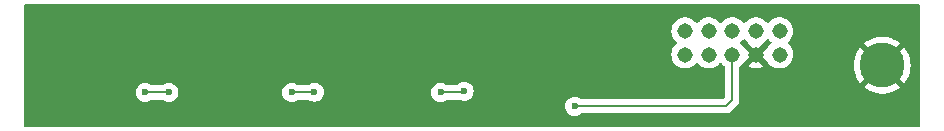
<source format=gbr>
%TF.GenerationSoftware,KiCad,Pcbnew,8.0.1-rc2*%
%TF.CreationDate,2025-04-22T16:56:50+02:00*%
%TF.ProjectId,feather_daughterboard,66656174-6865-4725-9f64-617567687465,1*%
%TF.SameCoordinates,Original*%
%TF.FileFunction,Copper,L2,Bot*%
%TF.FilePolarity,Positive*%
%FSLAX46Y46*%
G04 Gerber Fmt 4.6, Leading zero omitted, Abs format (unit mm)*
G04 Created by KiCad (PCBNEW 8.0.1-rc2) date 2025-04-22 16:56:50*
%MOMM*%
%LPD*%
G01*
G04 APERTURE LIST*
%TA.AperFunction,ComponentPad*%
%ADD10C,1.308000*%
%TD*%
%TA.AperFunction,ComponentPad*%
%ADD11C,3.800000*%
%TD*%
%TA.AperFunction,ViaPad*%
%ADD12C,0.600000*%
%TD*%
%TA.AperFunction,Conductor*%
%ADD13C,0.200000*%
%TD*%
G04 APERTURE END LIST*
D10*
%TO.P,J1,1*%
%TO.N,unconnected-(J1-Pad1)*%
X172800000Y-81600000D03*
%TO.P,J1,2*%
%TO.N,unconnected-(J1-Pad2)*%
X172800000Y-83600000D03*
%TO.P,J1,3*%
%TO.N,/Board/Button_4*%
X170800000Y-81600000D03*
%TO.P,J1,4*%
%TO.N,/Board/GND*%
X170800000Y-83600000D03*
%TO.P,J1,5*%
%TO.N,/Board/Button_3*%
X168800000Y-81600000D03*
%TO.P,J1,6*%
%TO.N,/Board/Button_1*%
X168800000Y-83600000D03*
%TO.P,J1,7*%
%TO.N,/Board/Button_2*%
X166800000Y-81600000D03*
%TO.P,J1,8*%
%TO.N,/Board/VCC*%
X166800000Y-83600000D03*
%TO.P,J1,9*%
%TO.N,unconnected-(J1-Pad9)*%
X164800000Y-81600000D03*
%TO.P,J1,10*%
%TO.N,unconnected-(J1-Pad10)*%
X164800000Y-83600000D03*
%TD*%
D11*
%TO.P,H2,1,1*%
%TO.N,/Board/GND*%
X181500000Y-84500000D03*
%TD*%
D12*
%TO.N,/Board/GND*%
X134600000Y-88200000D03*
X183900000Y-88800000D03*
X151624100Y-86900000D03*
X175800000Y-82800000D03*
X109900000Y-84400000D03*
X159300000Y-86900000D03*
X184000000Y-79900000D03*
X159300000Y-80300000D03*
X134600000Y-80700000D03*
X139100000Y-86900000D03*
X147500000Y-80300000D03*
X109900000Y-88400000D03*
X109900000Y-80700000D03*
X134600000Y-83400000D03*
X126600000Y-86900000D03*
X114000000Y-86900000D03*
X146600000Y-83300000D03*
X147300000Y-88200000D03*
X164700000Y-86300000D03*
X175800000Y-86800000D03*
X122300000Y-84300000D03*
X122300000Y-88200000D03*
X122300000Y-80700000D03*
%TO.N,/Board/Button_1*%
X155449100Y-87975100D03*
%TO.N,/Board/Button_2*%
X144100000Y-86800000D03*
X146100000Y-86700000D03*
%TO.N,/Board/Button_3*%
X131500000Y-86800000D03*
X133424265Y-86775735D03*
%TO.N,/Board/Button_4*%
X121100000Y-86800000D03*
X119100000Y-86800000D03*
%TD*%
D13*
%TO.N,/Board/Button_1*%
X168224900Y-87975100D02*
X168800000Y-87400000D01*
X168800000Y-87400000D02*
X168800000Y-83600000D01*
X155449100Y-87975100D02*
X168224900Y-87975100D01*
%TO.N,/Board/Button_2*%
X146000000Y-86800000D02*
X144100000Y-86800000D01*
X146100000Y-86700000D02*
X146000000Y-86800000D01*
%TO.N,/Board/Button_3*%
X133400000Y-86800000D02*
X133424265Y-86775735D01*
X131500000Y-86800000D02*
X133400000Y-86800000D01*
%TO.N,/Board/Button_4*%
X121100000Y-86800000D02*
X119000000Y-86800000D01*
%TD*%
%TA.AperFunction,Conductor*%
%TO.N,/Board/GND*%
G36*
X169888049Y-82309992D02*
G01*
X169898954Y-82322577D01*
X169943160Y-82381116D01*
X170101275Y-82525256D01*
X170118792Y-82536102D01*
X170165428Y-82588130D01*
X170170166Y-82616612D01*
X170753554Y-83200000D01*
X170747339Y-83200000D01*
X170645606Y-83227259D01*
X170554394Y-83279920D01*
X170479920Y-83354394D01*
X170427259Y-83445606D01*
X170400000Y-83547339D01*
X170400000Y-83553553D01*
X169815803Y-82969356D01*
X169777803Y-82961007D01*
X169738504Y-82927025D01*
X169656844Y-82818889D01*
X169656839Y-82818884D01*
X169517251Y-82691633D01*
X169480973Y-82631927D01*
X169482733Y-82562079D01*
X169517251Y-82508366D01*
X169656841Y-82381114D01*
X169701046Y-82322576D01*
X169757155Y-82280941D01*
X169826867Y-82276250D01*
X169888049Y-82309992D01*
G37*
%TD.AperFunction*%
%TA.AperFunction,Conductor*%
G36*
X171888049Y-82309992D02*
G01*
X171898954Y-82322577D01*
X171943160Y-82381116D01*
X172082744Y-82508363D01*
X172119026Y-82568074D01*
X172117265Y-82637922D01*
X172082744Y-82691637D01*
X171943160Y-82818884D01*
X171861494Y-82927027D01*
X171805385Y-82968663D01*
X171781477Y-82972075D01*
X171200000Y-83553552D01*
X171200000Y-83547339D01*
X171172741Y-83445606D01*
X171120080Y-83354394D01*
X171045606Y-83279920D01*
X170954394Y-83227259D01*
X170852661Y-83200000D01*
X170846447Y-83200000D01*
X171430087Y-82616357D01*
X171435137Y-82586959D01*
X171481203Y-82536105D01*
X171498722Y-82525258D01*
X171656841Y-82381114D01*
X171701046Y-82322576D01*
X171757155Y-82280941D01*
X171826867Y-82276250D01*
X171888049Y-82309992D01*
G37*
%TD.AperFunction*%
%TA.AperFunction,Conductor*%
G36*
X184642539Y-79320185D02*
G01*
X184688294Y-79372989D01*
X184699500Y-79424500D01*
X184699500Y-89575500D01*
X184679815Y-89642539D01*
X184627011Y-89688294D01*
X184575500Y-89699500D01*
X108924500Y-89699500D01*
X108857461Y-89679815D01*
X108811706Y-89627011D01*
X108800500Y-89575500D01*
X108800500Y-87975103D01*
X154643535Y-87975103D01*
X154663730Y-88154349D01*
X154663731Y-88154354D01*
X154723311Y-88324623D01*
X154819284Y-88477362D01*
X154946838Y-88604916D01*
X155099578Y-88700889D01*
X155269845Y-88760468D01*
X155269850Y-88760469D01*
X155449096Y-88780665D01*
X155449100Y-88780665D01*
X155449104Y-88780665D01*
X155628349Y-88760469D01*
X155628352Y-88760468D01*
X155628355Y-88760468D01*
X155798622Y-88700889D01*
X155951362Y-88604916D01*
X155951367Y-88604910D01*
X155954197Y-88602655D01*
X155956375Y-88601765D01*
X155957258Y-88601211D01*
X155957355Y-88601365D01*
X156018883Y-88576245D01*
X156031512Y-88575600D01*
X168138231Y-88575600D01*
X168138247Y-88575601D01*
X168145843Y-88575601D01*
X168303954Y-88575601D01*
X168303957Y-88575601D01*
X168456685Y-88534677D01*
X168506804Y-88505739D01*
X168593616Y-88455620D01*
X168705420Y-88343816D01*
X168705420Y-88343814D01*
X168715628Y-88333607D01*
X168715630Y-88333604D01*
X169158506Y-87890728D01*
X169158511Y-87890724D01*
X169168714Y-87880520D01*
X169168716Y-87880520D01*
X169280520Y-87768716D01*
X169337180Y-87670577D01*
X169359577Y-87631785D01*
X169400500Y-87479058D01*
X169400500Y-87320943D01*
X169400500Y-84655141D01*
X169420185Y-84588102D01*
X169459218Y-84549717D01*
X169498722Y-84525258D01*
X169656841Y-84381114D01*
X169738507Y-84272970D01*
X169794613Y-84231336D01*
X169818521Y-84227924D01*
X170400000Y-83646445D01*
X170400000Y-83652661D01*
X170427259Y-83754394D01*
X170479920Y-83845606D01*
X170554394Y-83920080D01*
X170645606Y-83972741D01*
X170747339Y-84000000D01*
X170753553Y-84000000D01*
X170180086Y-84573465D01*
X170283413Y-84637443D01*
X170283414Y-84637444D01*
X170482837Y-84714700D01*
X170693068Y-84754000D01*
X170906932Y-84754000D01*
X171117162Y-84714700D01*
X171316585Y-84637444D01*
X171316589Y-84637442D01*
X171419911Y-84573466D01*
X171419911Y-84573465D01*
X170846448Y-84000000D01*
X170852661Y-84000000D01*
X170954394Y-83972741D01*
X171045606Y-83920080D01*
X171120080Y-83845606D01*
X171172741Y-83754394D01*
X171200000Y-83652661D01*
X171200000Y-83646446D01*
X171784194Y-84230640D01*
X171822197Y-84238992D01*
X171861493Y-84272971D01*
X171943159Y-84381114D01*
X172101278Y-84525258D01*
X172101283Y-84525261D01*
X172101286Y-84525263D01*
X172283186Y-84637891D01*
X172283187Y-84637891D01*
X172283190Y-84637893D01*
X172482703Y-84715185D01*
X172693020Y-84754500D01*
X172693022Y-84754500D01*
X172906978Y-84754500D01*
X172906980Y-84754500D01*
X173117297Y-84715185D01*
X173316810Y-84637893D01*
X173498722Y-84525258D01*
X173526423Y-84500005D01*
X179095255Y-84500005D01*
X179114215Y-84801383D01*
X179114216Y-84801390D01*
X179170805Y-85098040D01*
X179264125Y-85385247D01*
X179264127Y-85385252D01*
X179392704Y-85658491D01*
X179392707Y-85658497D01*
X179554516Y-85913469D01*
X179635311Y-86011133D01*
X180563708Y-85082736D01*
X180660967Y-85216602D01*
X180783398Y-85339033D01*
X180917262Y-85436290D01*
X179986564Y-86366987D01*
X179986565Y-86366989D01*
X180211461Y-86530385D01*
X180211479Y-86530397D01*
X180476109Y-86675878D01*
X180476117Y-86675882D01*
X180756889Y-86787047D01*
X180756892Y-86787048D01*
X181049399Y-86862150D01*
X181348995Y-86899999D01*
X181349007Y-86900000D01*
X181650993Y-86900000D01*
X181651004Y-86899999D01*
X181950600Y-86862150D01*
X182243107Y-86787048D01*
X182243110Y-86787047D01*
X182523882Y-86675882D01*
X182523890Y-86675878D01*
X182788520Y-86530397D01*
X182788530Y-86530390D01*
X183013433Y-86366987D01*
X183013434Y-86366987D01*
X182082737Y-85436290D01*
X182216602Y-85339033D01*
X182339033Y-85216602D01*
X182436290Y-85082737D01*
X183364687Y-86011134D01*
X183445486Y-85913464D01*
X183607292Y-85658497D01*
X183607295Y-85658491D01*
X183735872Y-85385252D01*
X183735874Y-85385247D01*
X183829194Y-85098040D01*
X183885783Y-84801390D01*
X183885784Y-84801383D01*
X183904745Y-84500005D01*
X183904745Y-84499994D01*
X183885784Y-84198616D01*
X183885783Y-84198609D01*
X183829194Y-83901959D01*
X183735874Y-83614752D01*
X183735872Y-83614747D01*
X183607295Y-83341508D01*
X183607292Y-83341502D01*
X183445483Y-83086530D01*
X183364686Y-82988864D01*
X182436289Y-83917261D01*
X182339033Y-83783398D01*
X182216602Y-83660967D01*
X182082736Y-83563709D01*
X183013434Y-82633011D01*
X183013433Y-82633009D01*
X182788538Y-82469614D01*
X182788520Y-82469602D01*
X182523890Y-82324121D01*
X182523882Y-82324117D01*
X182243110Y-82212952D01*
X182243107Y-82212951D01*
X181950600Y-82137849D01*
X181651004Y-82100000D01*
X181348995Y-82100000D01*
X181049399Y-82137849D01*
X180756892Y-82212951D01*
X180756889Y-82212952D01*
X180476117Y-82324117D01*
X180476109Y-82324121D01*
X180211476Y-82469604D01*
X180211471Y-82469607D01*
X179986565Y-82633010D01*
X179986564Y-82633011D01*
X180917262Y-83563709D01*
X180783398Y-83660967D01*
X180660967Y-83783398D01*
X180563709Y-83917262D01*
X179635311Y-82988864D01*
X179554520Y-83086525D01*
X179554518Y-83086528D01*
X179392707Y-83341502D01*
X179392704Y-83341508D01*
X179264127Y-83614747D01*
X179264125Y-83614752D01*
X179170805Y-83901959D01*
X179114216Y-84198609D01*
X179114215Y-84198616D01*
X179095255Y-84499994D01*
X179095255Y-84500005D01*
X173526423Y-84500005D01*
X173656841Y-84381114D01*
X173785781Y-84210370D01*
X173881151Y-84018840D01*
X173881151Y-84018837D01*
X173881153Y-84018835D01*
X173939703Y-83813050D01*
X173939704Y-83813047D01*
X173942452Y-83783398D01*
X173959446Y-83600000D01*
X173939704Y-83386952D01*
X173899727Y-83246446D01*
X173881153Y-83181164D01*
X173881150Y-83181158D01*
X173834030Y-83086528D01*
X173785781Y-82989630D01*
X173656841Y-82818886D01*
X173517251Y-82691633D01*
X173480973Y-82631927D01*
X173482733Y-82562079D01*
X173517251Y-82508366D01*
X173656841Y-82381114D01*
X173785781Y-82210370D01*
X173881151Y-82018840D01*
X173881151Y-82018837D01*
X173881153Y-82018835D01*
X173939703Y-81813050D01*
X173939704Y-81813047D01*
X173959446Y-81600000D01*
X173959446Y-81599999D01*
X173939704Y-81386952D01*
X173939703Y-81386949D01*
X173881153Y-81181164D01*
X173881150Y-81181158D01*
X173785781Y-80989630D01*
X173656841Y-80818886D01*
X173498722Y-80674742D01*
X173498716Y-80674738D01*
X173498713Y-80674736D01*
X173316813Y-80562108D01*
X173316807Y-80562106D01*
X173117297Y-80484815D01*
X172906980Y-80445500D01*
X172693020Y-80445500D01*
X172482703Y-80484815D01*
X172356533Y-80533693D01*
X172283192Y-80562106D01*
X172283186Y-80562108D01*
X172101286Y-80674736D01*
X172101283Y-80674738D01*
X172101279Y-80674740D01*
X172101278Y-80674742D01*
X172037396Y-80732977D01*
X171943157Y-80818887D01*
X171898954Y-80877422D01*
X171842844Y-80919058D01*
X171773132Y-80923749D01*
X171711951Y-80890007D01*
X171701046Y-80877422D01*
X171656842Y-80818887D01*
X171656841Y-80818886D01*
X171498722Y-80674742D01*
X171498716Y-80674738D01*
X171498713Y-80674736D01*
X171316813Y-80562108D01*
X171316807Y-80562106D01*
X171117297Y-80484815D01*
X170906980Y-80445500D01*
X170693020Y-80445500D01*
X170482703Y-80484815D01*
X170356533Y-80533693D01*
X170283192Y-80562106D01*
X170283186Y-80562108D01*
X170101286Y-80674736D01*
X170101283Y-80674738D01*
X170101279Y-80674740D01*
X170101278Y-80674742D01*
X170037396Y-80732977D01*
X169943157Y-80818887D01*
X169898954Y-80877422D01*
X169842844Y-80919058D01*
X169773132Y-80923749D01*
X169711951Y-80890007D01*
X169701046Y-80877422D01*
X169656842Y-80818887D01*
X169656841Y-80818886D01*
X169498722Y-80674742D01*
X169498716Y-80674738D01*
X169498713Y-80674736D01*
X169316813Y-80562108D01*
X169316807Y-80562106D01*
X169117297Y-80484815D01*
X168906980Y-80445500D01*
X168693020Y-80445500D01*
X168482703Y-80484815D01*
X168356533Y-80533693D01*
X168283192Y-80562106D01*
X168283186Y-80562108D01*
X168101286Y-80674736D01*
X168101283Y-80674738D01*
X168101279Y-80674740D01*
X168101278Y-80674742D01*
X168037396Y-80732977D01*
X167943157Y-80818887D01*
X167898954Y-80877422D01*
X167842844Y-80919058D01*
X167773132Y-80923749D01*
X167711951Y-80890007D01*
X167701046Y-80877422D01*
X167656842Y-80818887D01*
X167656841Y-80818886D01*
X167498722Y-80674742D01*
X167498716Y-80674738D01*
X167498713Y-80674736D01*
X167316813Y-80562108D01*
X167316807Y-80562106D01*
X167117297Y-80484815D01*
X166906980Y-80445500D01*
X166693020Y-80445500D01*
X166482703Y-80484815D01*
X166356533Y-80533693D01*
X166283192Y-80562106D01*
X166283186Y-80562108D01*
X166101286Y-80674736D01*
X166101283Y-80674738D01*
X166101279Y-80674740D01*
X166101278Y-80674742D01*
X166037396Y-80732977D01*
X165943157Y-80818887D01*
X165898954Y-80877422D01*
X165842844Y-80919058D01*
X165773132Y-80923749D01*
X165711951Y-80890007D01*
X165701046Y-80877422D01*
X165656842Y-80818887D01*
X165656841Y-80818886D01*
X165498722Y-80674742D01*
X165498716Y-80674738D01*
X165498713Y-80674736D01*
X165316813Y-80562108D01*
X165316807Y-80562106D01*
X165117297Y-80484815D01*
X164906980Y-80445500D01*
X164693020Y-80445500D01*
X164482703Y-80484815D01*
X164356533Y-80533693D01*
X164283192Y-80562106D01*
X164283186Y-80562108D01*
X164101286Y-80674736D01*
X164101283Y-80674738D01*
X164101279Y-80674740D01*
X164101278Y-80674742D01*
X163943159Y-80818886D01*
X163943158Y-80818887D01*
X163814219Y-80989629D01*
X163718849Y-81181158D01*
X163718846Y-81181164D01*
X163660296Y-81386949D01*
X163660295Y-81386952D01*
X163640554Y-81599999D01*
X163640554Y-81600000D01*
X163660295Y-81813047D01*
X163660296Y-81813050D01*
X163718846Y-82018835D01*
X163718849Y-82018841D01*
X163814219Y-82210370D01*
X163943160Y-82381116D01*
X164082744Y-82508363D01*
X164119026Y-82568074D01*
X164117265Y-82637922D01*
X164082744Y-82691637D01*
X163943160Y-82818883D01*
X163814219Y-82989629D01*
X163718849Y-83181158D01*
X163718846Y-83181164D01*
X163660296Y-83386949D01*
X163660295Y-83386952D01*
X163640554Y-83599999D01*
X163640554Y-83600000D01*
X163660295Y-83813047D01*
X163660296Y-83813050D01*
X163718846Y-84018835D01*
X163718849Y-84018840D01*
X163814219Y-84210370D01*
X163943159Y-84381114D01*
X164101278Y-84525258D01*
X164101283Y-84525261D01*
X164101286Y-84525263D01*
X164283186Y-84637891D01*
X164283187Y-84637891D01*
X164283190Y-84637893D01*
X164482703Y-84715185D01*
X164693020Y-84754500D01*
X164693022Y-84754500D01*
X164906978Y-84754500D01*
X164906980Y-84754500D01*
X165117297Y-84715185D01*
X165316810Y-84637893D01*
X165498722Y-84525258D01*
X165656841Y-84381114D01*
X165701046Y-84322576D01*
X165757155Y-84280941D01*
X165826867Y-84276250D01*
X165888049Y-84309992D01*
X165898952Y-84322575D01*
X165943159Y-84381114D01*
X166101278Y-84525258D01*
X166101283Y-84525261D01*
X166101286Y-84525263D01*
X166283186Y-84637891D01*
X166283187Y-84637891D01*
X166283190Y-84637893D01*
X166482703Y-84715185D01*
X166693020Y-84754500D01*
X166693022Y-84754500D01*
X166906978Y-84754500D01*
X166906980Y-84754500D01*
X167117297Y-84715185D01*
X167316810Y-84637893D01*
X167498722Y-84525258D01*
X167656841Y-84381114D01*
X167701046Y-84322576D01*
X167757155Y-84280941D01*
X167826867Y-84276250D01*
X167888049Y-84309992D01*
X167898952Y-84322575D01*
X167943159Y-84381114D01*
X168101278Y-84525258D01*
X168140780Y-84549716D01*
X168187413Y-84601741D01*
X168199500Y-84655141D01*
X168199500Y-87099903D01*
X168179815Y-87166942D01*
X168163181Y-87187584D01*
X168012484Y-87338281D01*
X167951161Y-87371766D01*
X167924803Y-87374600D01*
X156031512Y-87374600D01*
X155964473Y-87354915D01*
X155954197Y-87347545D01*
X155951363Y-87345285D01*
X155951362Y-87345284D01*
X155882893Y-87302262D01*
X155798623Y-87249311D01*
X155628354Y-87189731D01*
X155628349Y-87189730D01*
X155449104Y-87169535D01*
X155449096Y-87169535D01*
X155269850Y-87189730D01*
X155269845Y-87189731D01*
X155099576Y-87249311D01*
X154946837Y-87345284D01*
X154819284Y-87472837D01*
X154723311Y-87625576D01*
X154663731Y-87795845D01*
X154663730Y-87795850D01*
X154643535Y-87975096D01*
X154643535Y-87975103D01*
X108800500Y-87975103D01*
X108800500Y-86800003D01*
X118294435Y-86800003D01*
X118314630Y-86979249D01*
X118314631Y-86979254D01*
X118374211Y-87149523D01*
X118454937Y-87277997D01*
X118470184Y-87302262D01*
X118597738Y-87429816D01*
X118666207Y-87472838D01*
X118711860Y-87501524D01*
X118750478Y-87525789D01*
X118909119Y-87581300D01*
X118920745Y-87585368D01*
X118920750Y-87585369D01*
X119099996Y-87605565D01*
X119100000Y-87605565D01*
X119100004Y-87605565D01*
X119279249Y-87585369D01*
X119279252Y-87585368D01*
X119279255Y-87585368D01*
X119449522Y-87525789D01*
X119602262Y-87429816D01*
X119602267Y-87429810D01*
X119605097Y-87427555D01*
X119607275Y-87426665D01*
X119608158Y-87426111D01*
X119608255Y-87426265D01*
X119669783Y-87401145D01*
X119682412Y-87400500D01*
X120517588Y-87400500D01*
X120584627Y-87420185D01*
X120594903Y-87427555D01*
X120597736Y-87429814D01*
X120597738Y-87429816D01*
X120750478Y-87525789D01*
X120909119Y-87581300D01*
X120920745Y-87585368D01*
X120920750Y-87585369D01*
X121099996Y-87605565D01*
X121100000Y-87605565D01*
X121100004Y-87605565D01*
X121279249Y-87585369D01*
X121279252Y-87585368D01*
X121279255Y-87585368D01*
X121449522Y-87525789D01*
X121602262Y-87429816D01*
X121729816Y-87302262D01*
X121825789Y-87149522D01*
X121885368Y-86979255D01*
X121894298Y-86899999D01*
X121905565Y-86800003D01*
X130694435Y-86800003D01*
X130714630Y-86979249D01*
X130714631Y-86979254D01*
X130774211Y-87149523D01*
X130854937Y-87277997D01*
X130870184Y-87302262D01*
X130997738Y-87429816D01*
X131066207Y-87472838D01*
X131111860Y-87501524D01*
X131150478Y-87525789D01*
X131309119Y-87581300D01*
X131320745Y-87585368D01*
X131320750Y-87585369D01*
X131499996Y-87605565D01*
X131500000Y-87605565D01*
X131500004Y-87605565D01*
X131679249Y-87585369D01*
X131679252Y-87585368D01*
X131679255Y-87585368D01*
X131849522Y-87525789D01*
X132002262Y-87429816D01*
X132002267Y-87429810D01*
X132005097Y-87427555D01*
X132007275Y-87426665D01*
X132008158Y-87426111D01*
X132008255Y-87426265D01*
X132069783Y-87401145D01*
X132082412Y-87400500D01*
X132878241Y-87400500D01*
X132944211Y-87419505D01*
X133074743Y-87501524D01*
X133245010Y-87561103D01*
X133245015Y-87561104D01*
X133424261Y-87581300D01*
X133424265Y-87581300D01*
X133424269Y-87581300D01*
X133603514Y-87561104D01*
X133603517Y-87561103D01*
X133603520Y-87561103D01*
X133773787Y-87501524D01*
X133926527Y-87405551D01*
X134054081Y-87277997D01*
X134150054Y-87125257D01*
X134209633Y-86954990D01*
X134215829Y-86899999D01*
X134227096Y-86800003D01*
X143294435Y-86800003D01*
X143314630Y-86979249D01*
X143314631Y-86979254D01*
X143374211Y-87149523D01*
X143454937Y-87277997D01*
X143470184Y-87302262D01*
X143597738Y-87429816D01*
X143666207Y-87472838D01*
X143711860Y-87501524D01*
X143750478Y-87525789D01*
X143909119Y-87581300D01*
X143920745Y-87585368D01*
X143920750Y-87585369D01*
X144099996Y-87605565D01*
X144100000Y-87605565D01*
X144100004Y-87605565D01*
X144279249Y-87585369D01*
X144279252Y-87585368D01*
X144279255Y-87585368D01*
X144449522Y-87525789D01*
X144602262Y-87429816D01*
X144602267Y-87429810D01*
X144605097Y-87427555D01*
X144607275Y-87426665D01*
X144608158Y-87426111D01*
X144608255Y-87426265D01*
X144669783Y-87401145D01*
X144682412Y-87400500D01*
X145674506Y-87400500D01*
X145740477Y-87419506D01*
X145750474Y-87425787D01*
X145750475Y-87425787D01*
X145750478Y-87425789D01*
X145902709Y-87479057D01*
X145920745Y-87485368D01*
X145920750Y-87485369D01*
X146099996Y-87505565D01*
X146100000Y-87505565D01*
X146100004Y-87505565D01*
X146279249Y-87485369D01*
X146279252Y-87485368D01*
X146279255Y-87485368D01*
X146449522Y-87425789D01*
X146602262Y-87329816D01*
X146729816Y-87202262D01*
X146825789Y-87049522D01*
X146885368Y-86879255D01*
X146885369Y-86879249D01*
X146905565Y-86700003D01*
X146905565Y-86699996D01*
X146885369Y-86520750D01*
X146885368Y-86520745D01*
X146825789Y-86350478D01*
X146729816Y-86197738D01*
X146602262Y-86070184D01*
X146602260Y-86070183D01*
X146449523Y-85974211D01*
X146279254Y-85914631D01*
X146279249Y-85914630D01*
X146100004Y-85894435D01*
X146099996Y-85894435D01*
X145920750Y-85914630D01*
X145920745Y-85914631D01*
X145750476Y-85974211D01*
X145597739Y-86070183D01*
X145504740Y-86163182D01*
X145443416Y-86196666D01*
X145417059Y-86199500D01*
X144682412Y-86199500D01*
X144615373Y-86179815D01*
X144605097Y-86172445D01*
X144602263Y-86170185D01*
X144602262Y-86170184D01*
X144545496Y-86134515D01*
X144449523Y-86074211D01*
X144279254Y-86014631D01*
X144279249Y-86014630D01*
X144100004Y-85994435D01*
X144099996Y-85994435D01*
X143920750Y-86014630D01*
X143920745Y-86014631D01*
X143750476Y-86074211D01*
X143597737Y-86170184D01*
X143470184Y-86297737D01*
X143374211Y-86450476D01*
X143314631Y-86620745D01*
X143314630Y-86620750D01*
X143294435Y-86799996D01*
X143294435Y-86800003D01*
X134227096Y-86800003D01*
X134229830Y-86775738D01*
X134229830Y-86775731D01*
X134209634Y-86596485D01*
X134209633Y-86596480D01*
X134150054Y-86426213D01*
X134054081Y-86273473D01*
X133926527Y-86145919D01*
X133773788Y-86049946D01*
X133603519Y-85990366D01*
X133603514Y-85990365D01*
X133424269Y-85970170D01*
X133424261Y-85970170D01*
X133245015Y-85990365D01*
X133245010Y-85990366D01*
X133074741Y-86049946D01*
X132922002Y-86145919D01*
X132904741Y-86163181D01*
X132843418Y-86196666D01*
X132817060Y-86199500D01*
X132082412Y-86199500D01*
X132015373Y-86179815D01*
X132005097Y-86172445D01*
X132002263Y-86170185D01*
X132002262Y-86170184D01*
X131945496Y-86134515D01*
X131849523Y-86074211D01*
X131679254Y-86014631D01*
X131679249Y-86014630D01*
X131500004Y-85994435D01*
X131499996Y-85994435D01*
X131320750Y-86014630D01*
X131320745Y-86014631D01*
X131150476Y-86074211D01*
X130997737Y-86170184D01*
X130870184Y-86297737D01*
X130774211Y-86450476D01*
X130714631Y-86620745D01*
X130714630Y-86620750D01*
X130694435Y-86799996D01*
X130694435Y-86800003D01*
X121905565Y-86800003D01*
X121905565Y-86799996D01*
X121885369Y-86620750D01*
X121885368Y-86620745D01*
X121825788Y-86450476D01*
X121762955Y-86350478D01*
X121729816Y-86297738D01*
X121602262Y-86170184D01*
X121563645Y-86145919D01*
X121449523Y-86074211D01*
X121279254Y-86014631D01*
X121279249Y-86014630D01*
X121100004Y-85994435D01*
X121099996Y-85994435D01*
X120920750Y-86014630D01*
X120920745Y-86014631D01*
X120750476Y-86074211D01*
X120597736Y-86170185D01*
X120594903Y-86172445D01*
X120592724Y-86173334D01*
X120591842Y-86173889D01*
X120591744Y-86173734D01*
X120530217Y-86198855D01*
X120517588Y-86199500D01*
X119682412Y-86199500D01*
X119615373Y-86179815D01*
X119605097Y-86172445D01*
X119602263Y-86170185D01*
X119602262Y-86170184D01*
X119545496Y-86134515D01*
X119449523Y-86074211D01*
X119279254Y-86014631D01*
X119279249Y-86014630D01*
X119100004Y-85994435D01*
X119099996Y-85994435D01*
X118920750Y-86014630D01*
X118920745Y-86014631D01*
X118750476Y-86074211D01*
X118597737Y-86170184D01*
X118470184Y-86297737D01*
X118374211Y-86450476D01*
X118314631Y-86620745D01*
X118314630Y-86620750D01*
X118294435Y-86799996D01*
X118294435Y-86800003D01*
X108800500Y-86800003D01*
X108800500Y-79424500D01*
X108820185Y-79357461D01*
X108872989Y-79311706D01*
X108924500Y-79300500D01*
X184575500Y-79300500D01*
X184642539Y-79320185D01*
G37*
%TD.AperFunction*%
%TD*%
M02*

</source>
